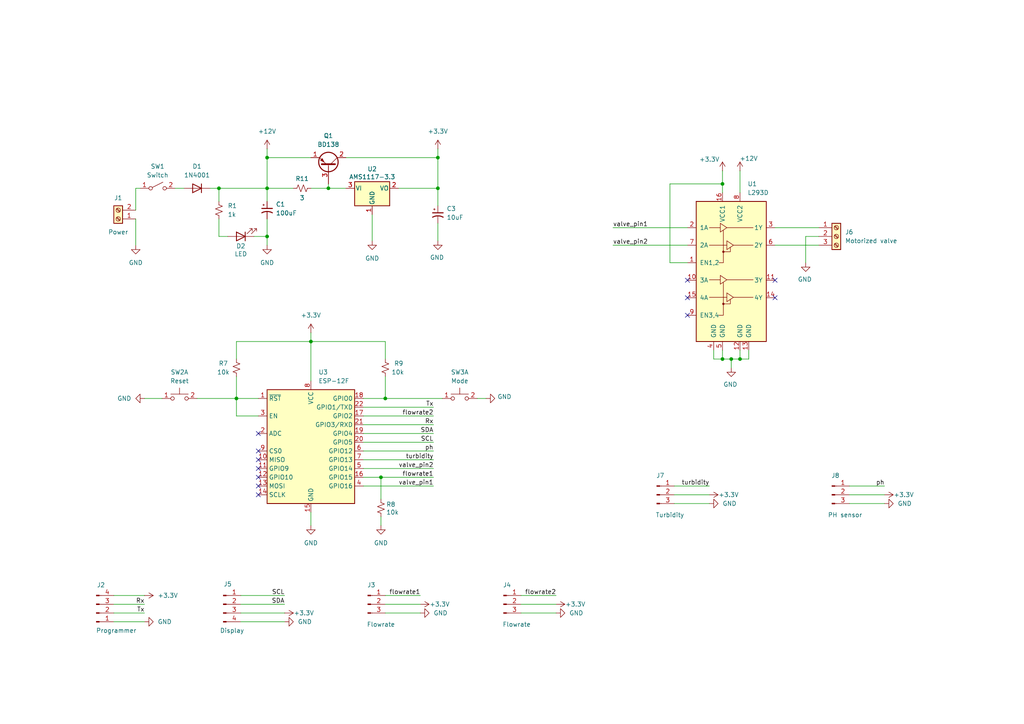
<source format=kicad_sch>
(kicad_sch (version 20231120) (generator "eeschema") (generator_version "8.0")
  (paper "A4")
  (lib_symbols
    (symbol "Connector:Conn_01x03_Pin" (pin_names (offset 1.016) hide)
      (property "Reference" "J" (at 0 5.08 0))
      (property "Value" "Conn_01x03_Pin" (at 0 -5.08 0))
      (symbol "Conn_01x03_Pin_1_1"
        (polyline (pts (xy 1.27 -2.54) (xy 0.8636 -2.54)) (stroke (width 0.1524)))
        (polyline (pts (xy 1.27 0) (xy 0.8636 0)) (stroke (width 0.1524)))
        (polyline (pts (xy 1.27 2.54) (xy 0.8636 2.54)) (stroke (width 0.1524)))
        (rectangle (start 0.8636 -2.413) (end 0 -2.667) (stroke (width 0.1524)) (fill (type outline)))
        (rectangle (start 0.8636 0.127) (end 0 -0.127) (stroke (width 0.1524)) (fill (type outline)))
        (rectangle (start 0.8636 2.667) (end 0 2.413) (stroke (width 0.1524)) (fill (type outline)))
        (pin passive line (at 5.08 2.54 180) (length 3.81) (name "Pin_1") (number "1"))
        (pin passive line (at 5.08 0 180) (length 3.81) (name "Pin_2") (number "2"))
        (pin passive line (at 5.08 -2.54 180) (length 3.81) (name "Pin_3") (number "3"))
      )
    )
    (symbol "Connector:Conn_01x04_Male" (pin_names (offset 1.016) hide)
      (property "Reference" "J" (at 0 5.08 0))
      (property "Value" "Conn_01x04_Male" (at 0 -7.62 0))
      (symbol "Conn_01x04_Male_1_1"
        (polyline (pts (xy 1.27 -5.08) (xy 0.8636 -5.08)) (stroke (width 0.1524)))
        (polyline (pts (xy 1.27 -2.54) (xy 0.8636 -2.54)) (stroke (width 0.1524)))
        (polyline (pts (xy 1.27 0) (xy 0.8636 0)) (stroke (width 0.1524)))
        (polyline (pts (xy 1.27 2.54) (xy 0.8636 2.54)) (stroke (width 0.1524)))
        (rectangle (start 0.8636 -4.953) (end 0 -5.207) (stroke (width 0.1524)) (fill (type outline)))
        (rectangle (start 0.8636 -2.413) (end 0 -2.667) (stroke (width 0.1524)) (fill (type outline)))
        (rectangle (start 0.8636 0.127) (end 0 -0.127) (stroke (width 0.1524)) (fill (type outline)))
        (rectangle (start 0.8636 2.667) (end 0 2.413) (stroke (width 0.1524)) (fill (type outline)))
        (pin passive line (at 5.08 2.54 180) (length 3.81) (name "Pin_1") (number "1"))
        (pin passive line (at 5.08 0 180) (length 3.81) (name "Pin_2") (number "2"))
        (pin passive line (at 5.08 -2.54 180) (length 3.81) (name "Pin_3") (number "3"))
        (pin passive line (at 5.08 -5.08 180) (length 3.81) (name "Pin_4") (number "4"))
      )
    )
    (symbol "Connector:Conn_01x04_Pin" (pin_names (offset 1.016) hide)
      (property "Reference" "J" (at 0 5.08 0))
      (property "Value" "Conn_01x04_Pin" (at 0 -7.62 0))
      (symbol "Conn_01x04_Pin_1_1"
        (polyline (pts (xy 1.27 -5.08) (xy 0.8636 -5.08)) (stroke (width 0.1524)))
        (polyline (pts (xy 1.27 -2.54) (xy 0.8636 -2.54)) (stroke (width 0.1524)))
        (polyline (pts (xy 1.27 0) (xy 0.8636 0)) (stroke (width 0.1524)))
        (polyline (pts (xy 1.27 2.54) (xy 0.8636 2.54)) (stroke (width 0.1524)))
        (rectangle (start 0.8636 -4.953) (end 0 -5.207) (stroke (width 0.1524)) (fill (type outline)))
        (rectangle (start 0.8636 -2.413) (end 0 -2.667) (stroke (width 0.1524)) (fill (type outline)))
        (rectangle (start 0.8636 0.127) (end 0 -0.127) (stroke (width 0.1524)) (fill (type outline)))
        (rectangle (start 0.8636 2.667) (end 0 2.413) (stroke (width 0.1524)) (fill (type outline)))
        (pin passive line (at 5.08 2.54 180) (length 3.81) (name "Pin_1") (number "1"))
        (pin passive line (at 5.08 0 180) (length 3.81) (name "Pin_2") (number "2"))
        (pin passive line (at 5.08 -2.54 180) (length 3.81) (name "Pin_3") (number "3"))
        (pin passive line (at 5.08 -5.08 180) (length 3.81) (name "Pin_4") (number "4"))
      )
    )
    (symbol "Connector:Screw_Terminal_01x02" (pin_names (offset 1.016) hide)
      (property "Reference" "J" (at 0 2.54 0))
      (property "Value" "Screw_Terminal_01x02" (at 0 -5.08 0))
      (symbol "Screw_Terminal_01x02_1_1"
        (rectangle (start -1.27 1.27) (end 1.27 -3.81) (stroke (width 0.254)) (fill (type background)))
        (circle (center 0 -2.54) (radius 0.635) (stroke (width 0.1524)))
        (polyline (pts (xy -0.5334 -2.2098) (xy 0.3302 -3.048)) (stroke (width 0.1524)))
        (polyline (pts (xy -0.5334 0.3302) (xy 0.3302 -0.508)) (stroke (width 0.1524)))
        (polyline (pts (xy -0.3556 -2.032) (xy 0.508 -2.8702)) (stroke (width 0.1524)))
        (polyline (pts (xy -0.3556 0.508) (xy 0.508 -0.3302)) (stroke (width 0.1524)))
        (circle (center 0 0) (radius 0.635) (stroke (width 0.1524)))
        (pin passive line (at -5.08 0 0) (length 3.81) (name "Pin_1") (number "1"))
        (pin passive line (at -5.08 -2.54 0) (length 3.81) (name "Pin_2") (number "2"))
      )
    )
    (symbol "Connector:Screw_Terminal_01x03" (pin_names (offset 1.016) hide)
      (property "Reference" "J" (at 0 5.08 0))
      (property "Value" "Screw_Terminal_01x03" (at 0 -5.08 0))
      (symbol "Screw_Terminal_01x03_1_1"
        (rectangle (start -1.27 3.81) (end 1.27 -3.81) (stroke (width 0.254)) (fill (type background)))
        (circle (center 0 -2.54) (radius 0.635) (stroke (width 0.1524)))
        (polyline (pts (xy -0.5334 -2.2098) (xy 0.3302 -3.048)) (stroke (width 0.1524)))
        (polyline (pts (xy -0.5334 0.3302) (xy 0.3302 -0.508)) (stroke (width 0.1524)))
        (polyline (pts (xy -0.5334 2.8702) (xy 0.3302 2.032)) (stroke (width 0.1524)))
        (polyline (pts (xy -0.3556 -2.032) (xy 0.508 -2.8702)) (stroke (width 0.1524)))
        (polyline (pts (xy -0.3556 0.508) (xy 0.508 -0.3302)) (stroke (width 0.1524)))
        (polyline (pts (xy -0.3556 3.048) (xy 0.508 2.2098)) (stroke (width 0.1524)))
        (circle (center 0 0) (radius 0.635) (stroke (width 0.1524)))
        (circle (center 0 2.54) (radius 0.635) (stroke (width 0.1524)))
        (pin passive line (at -5.08 2.54 0) (length 3.81) (name "Pin_1") (number "1"))
        (pin passive line (at -5.08 0 0) (length 3.81) (name "Pin_2") (number "2"))
        (pin passive line (at -5.08 -2.54 0) (length 3.81) (name "Pin_3") (number "3"))
      )
    )
    (symbol "Device:C_Polarized_Small_US" (pin_numbers hide) (pin_names (offset 0.254) hide)
      (property "Reference" "C" (at 0.254 1.778 0))
      (property "Value" "C_Polarized_Small_US" (at 0.254 -2.032 0))
      (symbol "C_Polarized_Small_US_0_1"
        (polyline (pts (xy -1.524 0.508) (xy 1.524 0.508)) (stroke (width 0.3048)))
        (polyline (pts (xy -1.27 1.524) (xy -0.762 1.524)))
        (polyline (pts (xy -1.016 1.27) (xy -1.016 1.778)))
        (arc (start 1.524 -0.762) (mid 0 -0.3734) (end -1.524 -0.762) (stroke (width 0.3048)))
      )
      (symbol "C_Polarized_Small_US_1_1"
        (pin passive line (at 0 2.54 270) (length 2.032) (name "~") (number "1"))
        (pin passive line (at 0 -2.54 90) (length 2.032) (name "~") (number "2"))
      )
    )
    (symbol "Device:LED" (pin_numbers hide) (pin_names (offset 1.016) hide)
      (property "Reference" "D" (at 0 2.54 0))
      (property "Value" "LED" (at 0 -2.54 0))
      (symbol "LED_0_1"
        (polyline (pts (xy -1.27 -1.27) (xy -1.27 1.27)) (stroke (width 0.254)))
        (polyline (pts (xy -1.27 0) (xy 1.27 0)))
        (polyline (pts (xy 1.27 -1.27) (xy 1.27 1.27) (xy -1.27 0) (xy 1.27 -1.27)) (stroke (width 0.254)))
        (polyline (pts (xy -3.048 -0.762) (xy -4.572 -2.286) (xy -3.81 -2.286) (xy -4.572 -2.286) (xy -4.572 -1.524)))
        (polyline (pts (xy -1.778 -0.762) (xy -3.302 -2.286) (xy -2.54 -2.286) (xy -3.302 -2.286) (xy -3.302 -1.524)))
      )
      (symbol "LED_1_1"
        (pin passive line (at -3.81 0 0) (length 2.54) (name "K") (number "1"))
        (pin passive line (at 3.81 0 180) (length 2.54) (name "A") (number "2"))
      )
    )
    (symbol "Device:R_Small_US" (pin_numbers hide) (pin_names (offset 0.254) hide)
      (property "Reference" "R" (at 0.762 0.508 0))
      (property "Value" "R_Small_US" (at 0.762 -1.016 0))
      (symbol "R_Small_US_1_1"
        (polyline (pts (xy 0 0) (xy 1.016 -0.381) (xy 0 -0.762) (xy -1.016 -1.143) (xy 0 -1.524)))
        (polyline (pts (xy 0 1.524) (xy 1.016 1.143) (xy 0 0.762) (xy -1.016 0.381) (xy 0 0)))
        (pin passive line (at 0 2.54 270) (length 1.016) (name "~") (number "1"))
        (pin passive line (at 0 -2.54 90) (length 1.016) (name "~") (number "2"))
      )
    )
    (symbol "Diode:1N4001" (pin_numbers hide) (pin_names hide)
      (property "Reference" "D" (at 0 2.54 0))
      (property "Value" "1N4001" (at 0 -2.54 0))
      (symbol "1N4001_0_1"
        (polyline (pts (xy -1.27 1.27) (xy -1.27 -1.27)) (stroke (width 0.254)))
        (polyline (pts (xy 1.27 0) (xy -1.27 0)))
        (polyline (pts (xy 1.27 1.27) (xy 1.27 -1.27) (xy -1.27 0) (xy 1.27 1.27)) (stroke (width 0.254)))
      )
      (symbol "1N4001_1_1"
        (pin passive line (at -3.81 0 0) (length 2.54) (name "K") (number "1"))
        (pin passive line (at 3.81 0 180) (length 2.54) (name "A") (number "2"))
      )
    )
    (symbol "Driver_Motor:L293D" (pin_names (offset 1.016))
      (property "Reference" "U" (at -5.08 26.035 0))
      (property "Value" "L293D" (at -5.08 24.13 0))
      (symbol "L293D_0_1"
        (rectangle (start -10.16 22.86) (end 10.16 -17.78) (stroke (width 0.254)) (fill (type background)))
        (circle (center -2.286 -6.858) (radius 0.254) (fill (type outline)))
        (circle (center -2.286 8.255) (radius 0.254) (fill (type outline)))
        (polyline (pts (xy -6.35 -4.953) (xy -1.27 -4.953)))
        (polyline (pts (xy -6.35 0.127) (xy -3.175 0.127)))
        (polyline (pts (xy -6.35 10.16) (xy -1.27 10.16)))
        (polyline (pts (xy -6.35 15.24) (xy -3.175 15.24)))
        (polyline (pts (xy -1.27 0.127) (xy 6.35 0.127)))
        (polyline (pts (xy -1.27 15.24) (xy 6.35 15.24)))
        (polyline (pts (xy 0.635 -4.953) (xy 6.35 -4.953)))
        (polyline (pts (xy 0.635 10.16) (xy 6.35 10.16)))
        (polyline (pts (xy -2.286 -6.858) (xy -0.254 -6.858) (xy -0.254 -5.588)))
        (polyline (pts (xy -2.286 -0.635) (xy -2.286 -10.16) (xy -3.556 -10.16)))
        (polyline (pts (xy -2.286 8.255) (xy -0.254 8.255) (xy -0.254 9.525)))
        (polyline (pts (xy -2.286 14.478) (xy -2.286 5.08) (xy -3.556 5.08)))
        (polyline (pts (xy -3.175 1.397) (xy -3.175 -1.143) (xy -1.27 0.127) (xy -3.175 1.397)))
        (polyline (pts (xy -3.175 16.51) (xy -3.175 13.97) (xy -1.27 15.24) (xy -3.175 16.51)))
        (polyline (pts (xy -1.27 -3.683) (xy -1.27 -6.223) (xy 0.635 -4.953) (xy -1.27 -3.683)))
        (polyline (pts (xy -1.27 11.43) (xy -1.27 8.89) (xy 0.635 10.16) (xy -1.27 11.43)))
      )
      (symbol "L293D_1_1"
        (pin input line (at -12.7 5.08 0) (length 2.54) (name "EN1,2") (number "1"))
        (pin input line (at -12.7 0 0) (length 2.54) (name "3A") (number "10"))
        (pin output line (at 12.7 0 180) (length 2.54) (name "3Y") (number "11"))
        (pin power_in line (at 2.54 -20.32 90) (length 2.54) (name "GND") (number "12"))
        (pin power_in line (at 5.08 -20.32 90) (length 2.54) (name "GND") (number "13"))
        (pin output line (at 12.7 -5.08 180) (length 2.54) (name "4Y") (number "14"))
        (pin input line (at -12.7 -5.08 0) (length 2.54) (name "4A") (number "15"))
        (pin power_in line (at -2.54 25.4 270) (length 2.54) (name "VCC1") (number "16"))
        (pin input line (at -12.7 15.24 0) (length 2.54) (name "1A") (number "2"))
        (pin output line (at 12.7 15.24 180) (length 2.54) (name "1Y") (number "3"))
        (pin power_in line (at -5.08 -20.32 90) (length 2.54) (name "GND") (number "4"))
        (pin power_in line (at -2.54 -20.32 90) (length 2.54) (name "GND") (number "5"))
        (pin output line (at 12.7 10.16 180) (length 2.54) (name "2Y") (number "6"))
        (pin input line (at -12.7 10.16 0) (length 2.54) (name "2A") (number "7"))
        (pin power_in line (at 2.54 25.4 270) (length 2.54) (name "VCC2") (number "8"))
        (pin input line (at -12.7 -10.16 0) (length 2.54) (name "EN3,4") (number "9"))
      )
    )
    (symbol "RF_Module:ESP-12F"
      (property "Reference" "U" (at -12.7 19.05 0))
      (property "Value" "ESP-12F" (at 12.7 19.05 0))
      (symbol "ESP-12F_0_1"
        (rectangle (start -12.7 17.78) (end 12.7 -15.24) (stroke (width 0.254)) (fill (type background)))
      )
      (symbol "ESP-12F_1_1"
        (pin input line (at -15.24 15.24 0) (length 2.54) (name "~{RST}") (number "1"))
        (pin bidirectional line (at -15.24 -2.54 0) (length 2.54) (name "MISO") (number "10"))
        (pin bidirectional line (at -15.24 -5.08 0) (length 2.54) (name "GPIO9") (number "11"))
        (pin bidirectional line (at -15.24 -7.62 0) (length 2.54) (name "GPIO10") (number "12"))
        (pin bidirectional line (at -15.24 -10.16 0) (length 2.54) (name "MOSI") (number "13"))
        (pin bidirectional line (at -15.24 -12.7 0) (length 2.54) (name "SCLK") (number "14"))
        (pin power_in line (at 0 -17.78 90) (length 2.54) (name "GND") (number "15"))
        (pin bidirectional line (at 15.24 -7.62 180) (length 2.54) (name "GPIO15") (number "16"))
        (pin bidirectional line (at 15.24 10.16 180) (length 2.54) (name "GPIO2") (number "17"))
        (pin bidirectional line (at 15.24 15.24 180) (length 2.54) (name "GPIO0") (number "18"))
        (pin bidirectional line (at 15.24 5.08 180) (length 2.54) (name "GPIO4") (number "19"))
        (pin input line (at -15.24 5.08 0) (length 2.54) (name "ADC") (number "2"))
        (pin bidirectional line (at 15.24 2.54 180) (length 2.54) (name "GPIO5") (number "20"))
        (pin bidirectional line (at 15.24 7.62 180) (length 2.54) (name "GPIO3/RXD") (number "21"))
        (pin bidirectional line (at 15.24 12.7 180) (length 2.54) (name "GPIO1/TXD") (number "22"))
        (pin input line (at -15.24 10.16 0) (length 2.54) (name "EN") (number "3"))
        (pin bidirectional line (at 15.24 -10.16 180) (length 2.54) (name "GPIO16") (number "4"))
        (pin bidirectional line (at 15.24 -5.08 180) (length 2.54) (name "GPIO14") (number "5"))
        (pin bidirectional line (at 15.24 0 180) (length 2.54) (name "GPIO12") (number "6"))
        (pin bidirectional line (at 15.24 -2.54 180) (length 2.54) (name "GPIO13") (number "7"))
        (pin power_in line (at 0 20.32 270) (length 2.54) (name "VCC") (number "8"))
        (pin input line (at -15.24 0 0) (length 2.54) (name "CS0") (number "9"))
      )
    )
    (symbol "Regulator_Linear:AMS1117-3.3" (pin_names (offset 0.254))
      (property "Reference" "U" (at -3.81 3.175 0))
      (property "Value" "AMS1117-3.3" (at 0 3.175 0))
      (symbol "AMS1117-3.3_0_1"
        (rectangle (start -5.08 -5.08) (end 5.08 1.905) (stroke (width 0.254)) (fill (type background)))
      )
      (symbol "AMS1117-3.3_1_1"
        (pin power_in line (at 0 -7.62 90) (length 2.54) (name "GND") (number "1"))
        (pin power_out line (at 7.62 0 180) (length 2.54) (name "VO") (number "2"))
        (pin power_in line (at -7.62 0 0) (length 2.54) (name "VI") (number "3"))
      )
    )
    (symbol "Switch:SW_Push_Dual_x2" (pin_names (offset 1.016) hide)
      (property "Reference" "SW" (at 1.27 2.54 0))
      (property "Value" "SW_Push_Dual_x2" (at 0 -1.524 0))
      (symbol "SW_Push_Dual_x2_0_1"
        (circle (center -2.032 0) (radius 0.508))
        (polyline (pts (xy 0 1.27) (xy 0 3.048)))
        (polyline (pts (xy 2.54 1.27) (xy -2.54 1.27)))
        (circle (center 2.032 0) (radius 0.508))
      )
      (symbol "SW_Push_Dual_x2_1_1"
        (pin passive line (at -5.08 0 0) (length 2.54) (name "C") (number "1"))
        (pin passive line (at 5.08 0 180) (length 2.54) (name "D") (number "2"))
      )
      (symbol "SW_Push_Dual_x2_2_1"
        (pin passive line (at -5.08 0 0) (length 2.54) (name "C") (number "3"))
        (pin passive line (at 5.08 0 180) (length 2.54) (name "D") (number "4"))
      )
    )
    (symbol "Switch:SW_SPST" (pin_names (offset 0) hide)
      (property "Reference" "SW" (at 0 3.175 0))
      (property "Value" "SW_SPST" (at 0 -2.54 0))
      (symbol "SW_SPST_0_0"
        (circle (center -2.032 0) (radius 0.508))
        (polyline (pts (xy -1.524 0.254) (xy 1.524 1.778)))
        (circle (center 2.032 0) (radius 0.508))
      )
      (symbol "SW_SPST_1_1"
        (pin passive line (at -5.08 0 0) (length 2.54) (name "A") (number "1"))
        (pin passive line (at 5.08 0 180) (length 2.54) (name "B") (number "2"))
      )
    )
    (symbol "Transistor_BJT:BD138" (pin_names (offset 0) hide)
      (property "Reference" "Q" (at 5.08 1.905 0))
      (property "Value" "BD138" (at 5.08 0 0))
      (symbol "BD138_0_1"
        (polyline (pts (xy 0 0) (xy 0.635 0)))
        (polyline (pts (xy 2.54 -2.54) (xy 0.635 -0.635)))
        (polyline (pts (xy 2.54 2.54) (xy 0.635 0.635)))
        (polyline (pts (xy 0.635 1.905) (xy 0.635 -1.905) (xy 0.635 -1.905)) (stroke (width 0.508)) (fill (type outline)))
        (polyline (pts (xy 1.778 -2.286) (xy 2.286 -1.778) (xy 1.27 -1.27) (xy 1.778 -2.286) (xy 1.778 -2.286)) (fill (type outline)))
        (circle (center 1.27 0) (radius 2.8194) (stroke (width 0.3048)))
      )
      (symbol "BD138_1_1"
        (pin passive line (at 2.54 -5.08 90) (length 2.54) (name "E") (number "1"))
        (pin passive line (at 2.54 5.08 270) (length 2.54) (name "C") (number "2"))
        (pin input line (at -5.08 0 0) (length 5.08) (name "B") (number "3"))
      )
    )
    (symbol "power:+12V" (power) (pin_numbers hide) (pin_names (offset 0) hide)
      (property "Value" "+12V" (at 0 3.556 0))
      (symbol "+12V_0_1"
        (polyline (pts (xy -0.762 1.27) (xy 0 2.54)))
        (polyline (pts (xy 0 0) (xy 0 2.54)))
        (polyline (pts (xy 0 2.54) (xy 0.762 1.27)))
      )
      (symbol "+12V_1_1"
        (pin power_in line (at 0 0 90) (length 0) (name "~") (number "1"))
      )
    )
    (symbol "power:+3.3V" (power) (pin_numbers hide) (pin_names (offset 0) hide)
      (property "Value" "+3.3V" (at 0 3.556 0))
      (symbol "+3.3V_0_1"
        (polyline (pts (xy -0.762 1.27) (xy 0 2.54)))
        (polyline (pts (xy 0 0) (xy 0 2.54)))
        (polyline (pts (xy 0 2.54) (xy 0.762 1.27)))
      )
      (symbol "+3.3V_1_1"
        (pin power_in line (at 0 0 90) (length 0) (name "~") (number "1"))
      )
    )
    (symbol "power:+5V" (power) (pin_numbers hide) (pin_names (offset 0) hide)
      (property "Value" "+5V" (at 0 3.556 0))
      (symbol "+5V_0_1"
        (polyline (pts (xy -0.762 1.27) (xy 0 2.54)))
        (polyline (pts (xy 0 0) (xy 0 2.54)))
        (polyline (pts (xy 0 2.54) (xy 0.762 1.27)))
      )
      (symbol "+5V_1_1"
        (pin power_in line (at 0 0 90) (length 0) (name "~") (number "1"))
      )
    )
    (symbol "power:GND" (power) (pin_names (offset 0))
      (property "Value" "GND" (at 0 -3.81 0))
      (symbol "GND_0_1"
        (polyline (pts (xy 0 0) (xy 0 -1.27) (xy 1.27 -1.27) (xy 0 -2.54) (xy -1.27 -1.27) (xy 0 -1.27)))
      )
      (symbol "GND_1_1"
        (pin power_in line (at 0 0 270) (length 0) hide (name "GND") (number "1"))
      )
    )
  )
  (junction (at 95.25 54.61))
  (junction (at 111.76 115.57))
  (junction (at 209.55 53.34))
  (junction (at 209.55 104.14))
  (junction (at 90.17 99.06))
  (junction (at 110.49 138.43))
  (junction (at 214.63 104.14))
  (junction (at 77.47 54.61))
  (junction (at 77.47 68.58))
  (junction (at 127 45.72))
  (junction (at 127 54.61))
  (junction (at 63.5 54.61))
  (junction (at 68.58 115.57))
  (junction (at 212.09 104.14))
  (junction (at 77.47 45.72))
  (no_connect (at 74.93 133.35))
  (no_connect (at 74.93 135.89))
  (no_connect (at 74.93 140.97))
  (no_connect (at 74.93 130.81))
  (no_connect (at 199.39 91.44))
  (no_connect (at 74.93 138.43))
  (no_connect (at 224.79 81.28))
  (no_connect (at 74.93 143.51))
  (no_connect (at 74.93 125.73))
  (no_connect (at 224.79 86.36))
  (no_connect (at 199.39 86.36))
  (no_connect (at 199.39 81.28))
  (wire (pts (xy 105.41 133.35) (xy 125.73 133.35)))
  (wire (pts (xy 246.38 140.97) (xy 256.54 140.97)))
  (wire (pts (xy 177.8 66.04) (xy 199.39 66.04)))
  (wire (pts (xy 127 54.61) (xy 127 59.69)))
  (wire (pts (xy 199.39 76.2) (xy 194.31 76.2)))
  (wire (pts (xy 217.17 101.6) (xy 217.17 104.14)))
  (wire (pts (xy 111.76 175.26) (xy 121.92 175.26)))
  (wire (pts (xy 105.41 123.19) (xy 125.73 123.19)))
  (wire (pts (xy 115.57 54.61) (xy 127 54.61)))
  (wire (pts (xy 50.8 54.61) (xy 53.34 54.61)))
  (wire (pts (xy 138.43 115.57) (xy 140.97 115.57)))
  (wire (pts (xy 209.55 104.14) (xy 207.01 104.14)))
  (wire (pts (xy 151.13 175.26) (xy 161.29 175.26)))
  (wire (pts (xy 212.09 104.14) (xy 209.55 104.14)))
  (wire (pts (xy 194.31 76.2) (xy 194.31 53.34)))
  (wire (pts (xy 224.79 66.04) (xy 237.49 66.04)))
  (wire (pts (xy 100.33 45.72) (xy 127 45.72)))
  (wire (pts (xy 68.58 99.06) (xy 90.17 99.06)))
  (wire (pts (xy 63.5 63.5) (xy 63.5 68.58)))
  (wire (pts (xy 57.15 115.57) (xy 68.58 115.57)))
  (wire (pts (xy 111.76 115.57) (xy 128.27 115.57)))
  (wire (pts (xy 111.76 99.06) (xy 90.17 99.06)))
  (wire (pts (xy 33.02 172.72) (xy 41.91 172.72)))
  (wire (pts (xy 69.85 175.26) (xy 82.55 175.26)))
  (wire (pts (xy 209.55 101.6) (xy 209.55 104.14)))
  (wire (pts (xy 233.68 68.58) (xy 237.49 68.58)))
  (wire (pts (xy 46.99 115.57) (xy 41.91 115.57)))
  (wire (pts (xy 68.58 120.65) (xy 74.93 120.65)))
  (wire (pts (xy 39.37 54.61) (xy 39.37 60.96)))
  (wire (pts (xy 105.41 140.97) (xy 125.73 140.97)))
  (wire (pts (xy 111.76 109.22) (xy 111.76 115.57)))
  (wire (pts (xy 77.47 68.58) (xy 77.47 63.5)))
  (wire (pts (xy 127 64.77) (xy 127 69.85)))
  (wire (pts (xy 105.41 138.43) (xy 110.49 138.43)))
  (wire (pts (xy 77.47 54.61) (xy 85.09 54.61)))
  (wire (pts (xy 233.68 76.2) (xy 233.68 68.58)))
  (wire (pts (xy 107.95 62.23) (xy 107.95 69.85)))
  (wire (pts (xy 127 45.72) (xy 127 54.61)))
  (wire (pts (xy 77.47 68.58) (xy 77.47 71.12)))
  (wire (pts (xy 63.5 54.61) (xy 77.47 54.61)))
  (wire (pts (xy 214.63 104.14) (xy 212.09 104.14)))
  (wire (pts (xy 214.63 49.53) (xy 214.63 55.88)))
  (wire (pts (xy 195.58 143.51) (xy 205.74 143.51)))
  (wire (pts (xy 90.17 96.52) (xy 90.17 99.06)))
  (wire (pts (xy 69.85 180.34) (xy 82.55 180.34)))
  (wire (pts (xy 177.8 71.12) (xy 199.39 71.12)))
  (wire (pts (xy 90.17 54.61) (xy 95.25 54.61)))
  (wire (pts (xy 111.76 177.8) (xy 121.92 177.8)))
  (wire (pts (xy 110.49 149.86) (xy 110.49 152.4)))
  (wire (pts (xy 111.76 172.72) (xy 121.92 172.72)))
  (wire (pts (xy 63.5 68.58) (xy 66.04 68.58)))
  (wire (pts (xy 217.17 104.14) (xy 214.63 104.14)))
  (wire (pts (xy 209.55 49.53) (xy 209.55 53.34)))
  (wire (pts (xy 105.41 115.57) (xy 111.76 115.57)))
  (wire (pts (xy 151.13 172.72) (xy 161.29 172.72)))
  (wire (pts (xy 214.63 101.6) (xy 214.63 104.14)))
  (wire (pts (xy 39.37 54.61) (xy 40.64 54.61)))
  (wire (pts (xy 246.38 143.51) (xy 256.54 143.51)))
  (wire (pts (xy 212.09 104.14) (xy 212.09 106.68)))
  (wire (pts (xy 209.55 53.34) (xy 209.55 55.88)))
  (wire (pts (xy 105.41 118.11) (xy 125.73 118.11)))
  (wire (pts (xy 105.41 120.65) (xy 125.73 120.65)))
  (wire (pts (xy 105.41 128.27) (xy 125.73 128.27)))
  (wire (pts (xy 224.79 71.12) (xy 237.49 71.12)))
  (wire (pts (xy 127 43.18) (xy 127 45.72)))
  (wire (pts (xy 68.58 115.57) (xy 74.93 115.57)))
  (wire (pts (xy 63.5 54.61) (xy 63.5 58.42)))
  (wire (pts (xy 33.02 177.8) (xy 41.91 177.8)))
  (wire (pts (xy 90.17 148.59) (xy 90.17 152.4)))
  (wire (pts (xy 110.49 138.43) (xy 110.49 144.78)))
  (wire (pts (xy 151.13 177.8) (xy 161.29 177.8)))
  (wire (pts (xy 90.17 99.06) (xy 90.17 110.49)))
  (wire (pts (xy 68.58 104.14) (xy 68.58 99.06)))
  (wire (pts (xy 77.47 43.18) (xy 77.47 45.72)))
  (wire (pts (xy 194.31 53.34) (xy 209.55 53.34)))
  (wire (pts (xy 95.25 53.34) (xy 95.25 54.61)))
  (wire (pts (xy 77.47 54.61) (xy 77.47 58.42)))
  (wire (pts (xy 33.02 175.26) (xy 41.91 175.26)))
  (wire (pts (xy 77.47 45.72) (xy 77.47 54.61)))
  (wire (pts (xy 105.41 125.73) (xy 125.73 125.73)))
  (wire (pts (xy 95.25 54.61) (xy 100.33 54.61)))
  (wire (pts (xy 69.85 172.72) (xy 82.55 172.72)))
  (wire (pts (xy 69.85 177.8) (xy 82.55 177.8)))
  (wire (pts (xy 60.96 54.61) (xy 63.5 54.61)))
  (wire (pts (xy 195.58 146.05) (xy 205.74 146.05)))
  (wire (pts (xy 77.47 45.72) (xy 90.17 45.72)))
  (wire (pts (xy 110.49 138.43) (xy 125.73 138.43)))
  (wire (pts (xy 39.37 63.5) (xy 39.37 71.12)))
  (wire (pts (xy 33.02 180.34) (xy 41.91 180.34)))
  (wire (pts (xy 207.01 104.14) (xy 207.01 101.6)))
  (wire (pts (xy 111.76 104.14) (xy 111.76 99.06)))
  (wire (pts (xy 246.38 146.05) (xy 256.54 146.05)))
  (wire (pts (xy 105.41 130.81) (xy 125.73 130.81)))
  (wire (pts (xy 195.58 140.97) (xy 205.74 140.97)))
  (wire (pts (xy 73.66 68.58) (xy 77.47 68.58)))
  (wire (pts (xy 68.58 109.22) (xy 68.58 115.57)))
  (wire (pts (xy 105.41 135.89) (xy 125.73 135.89)))
  (wire (pts (xy 68.58 115.57) (xy 68.58 120.65)))
  (label "valve_pin2" (at 125.73 135.89 180))
  (label "valve_pin2" (at 177.8 71.12 0))
  (label "valve_pin1" (at 125.73 140.97 180))
  (label "flowrate2" (at 125.73 120.65 180))
  (label "SCL" (at 82.55 172.72 180))
  (label "SDA" (at 125.73 125.73 180))
  (label "Tx" (at 41.91 177.8 180))
  (label "flowrate1" (at 121.92 172.72 180))
  (label "flowrate2" (at 161.29 172.72 180))
  (label "ph" (at 256.54 140.97 180))
  (label "flowrate1" (at 125.73 138.43 180))
  (label "turbidity" (at 205.74 140.97 180))
  (label "ph" (at 125.73 130.81 180))
  (label "SDA" (at 82.55 175.26 180))
  (label "SCL" (at 125.73 128.27 180))
  (label "turbidity" (at 125.73 133.35 180))
  (label "Rx" (at 41.91 175.26 180))
  (label "Tx" (at 125.73 118.11 180))
  (label "Rx" (at 125.73 123.19 180))
  (label "valve_pin1" (at 177.8 66.04 0))
  (symbol (lib_id "power:GND") (at 41.91 115.57 270) (unit 1)
    (property "Reference" "#PWR017" (effects (hide yes)))
    (property "Value" "GND" (at 38.1 115.5699 90) (effects (justify right)))
  )
  (symbol (lib_id "Device:C_Polarized_Small_US") (at 77.47 60.96 0) (unit 1)
    (property "Reference" "C1" (at 80.01 59.2581 0) (effects (justify left)))
    (property "Value" "100uF" (at 80.01 61.7981 0) (effects (justify left)))
    (property "Footprint" "Capacitor_THT:CP_Radial_D4.0mm_P2.00mm" (effects (hide yes)))
  )
  (symbol (lib_id "power:+3.3V") (at 90.17 96.52 0) (unit 1)
    (property "Reference" "#PWR019" (effects (hide yes)))
    (property "Value" "+3.3V" (at 90.17 91.44 0))
    (property "Description" "Power symbol creates a global label with name \"+3.3V\"" (effects (hide yes)))
  )
  (symbol (lib_id "power:GND") (at 161.29 177.8 90) (unit 1)
    (property "Reference" "#PWR08" (effects (hide yes)))
    (property "Value" "GND" (at 165.1 177.7999 90) (effects (justify right)))
    (property "Description" "Power symbol creates a global label with name \"GND\" , ground" (effects (hide yes)))
  )
  (symbol (lib_id "Connector:Conn_01x04_Male") (at 27.94 177.8 0) (mirror x) (unit 1)
    (property "Reference" "J2" (at 30.48 169.672 0) (effects (justify right)))
    (property "Value" "Programmer" (at 39.624 182.88 0) (effects (justify right)))
    (property "Footprint" "Connector_PinHeader_2.54mm:PinHeader_1x04_P2.54mm_Vertical" (effects (hide yes)))
  )
  (symbol (lib_id "Diode:1N4001") (at 57.15 54.61 180) (unit 1)
    (property "Reference" "D1" (at 57.15 48.26 0))
    (property "Value" "1N4001" (at 57.15 50.8 0))
    (property "Footprint" "Diode_THT:D_DO-41_SOD81_P10.16mm_Horizontal" (effects (hide yes)))
    (property "Datasheet" "http://www.vishay.com/docs/88503/1n4001.pdf" (effects (hide yes)))
    (property "Description" "50V 1A General Purpose Rectifier Diode, DO-41" (effects (hide yes)))
    (property "Sim.Device" "D" (effects (hide yes)))
    (property "Sim.Pins" "1=K 2=A" (effects (hide yes)))
  )
  (symbol (lib_id "power:GND") (at 110.49 152.4 0) (unit 1)
    (property "Reference" "#PWR021" (effects (hide yes)))
    (property "Value" "GND" (at 110.49 157.48 0))
  )
  (symbol (lib_id "Driver_Motor:L293D") (at 212.09 81.28 0) (unit 1)
    (property "Reference" "U1" (at 216.8241 53.34 0) (effects (justify left)))
    (property "Value" "L293D" (at 216.8241 55.88 0) (effects (justify left)))
    (property "Footprint" "Package_DIP:DIP-16_W7.62mm" (effects (hide yes)))
    (property "Datasheet" "http://www.ti.com/lit/ds/symlink/l293.pdf" (effects (hide yes)))
    (property "Description" "Quadruple Half-H Drivers" (effects (hide yes)))
  )
  (symbol (lib_id "power:GND") (at 41.91 180.34 90) (mirror x) (unit 1)
    (property "Reference" "#PWR02" (effects (hide yes)))
    (property "Value" "GND" (at 45.72 180.3401 90) (effects (justify right)))
  )
  (symbol (lib_id "power:+5V") (at 121.92 175.26 270) (unit 1)
    (property "Reference" "#PWR06" (effects (hide yes)))
    (property "Value" "+3.3V" (at 127.508 175.26 90))
    (property "Description" "Power symbol creates a global label with name \"+5V\"" (effects (hide yes)))
  )
  (symbol (lib_id "Device:R_Small_US") (at 63.5 60.96 0) (unit 1)
    (property "Reference" "R1" (at 66.04 59.6899 0) (effects (justify left)))
    (property "Value" "1k" (at 66.04 62.2299 0) (effects (justify left)))
    (property "Footprint" "Resistor_THT:R_Axial_DIN0207_L6.3mm_D2.5mm_P10.16mm_Horizontal" (effects (hide yes)))
  )
  (symbol (lib_id "power:GND") (at 39.37 71.12 0) (unit 1)
    (property "Reference" "#PWR01" (effects (hide yes)))
    (property "Value" "GND" (at 39.37 76.2 0))
  )
  (symbol (lib_id "power:+3.3V") (at 127 43.18 0) (unit 1)
    (property "Reference" "#PWR014" (effects (hide yes)))
    (property "Value" "+3.3V" (at 127 38.1 0))
    (property "Description" "Power symbol creates a global label with name \"+3.3V\"" (effects (hide yes)))
  )
  (symbol (lib_id "Connector:Conn_01x03_Pin") (at 146.05 175.26 0) (unit 1)
    (property "Reference" "J4" (at 147.066 169.672 0))
    (property "Value" "Flowrate" (at 149.86 181.102 0))
    (property "Footprint" "Connector_PinHeader_2.54mm:PinHeader_1x03_P2.54mm_Vertical" (effects (hide yes)))
    (property "Description" "Generic connector, single row, 01x03, script generated" (effects (hide yes)))
  )
  (symbol (lib_id "Device:LED") (at 69.85 68.58 180) (unit 1)
    (property "Reference" "D2" (at 69.85 71.374 0))
    (property "Value" "LED" (at 69.85 73.66 0))
    (property "Footprint" "LED_THT:LED_D3.0mm" (effects (hide yes)))
  )
  (symbol (lib_id "Regulator_Linear:AMS1117-3.3") (at 107.95 54.61 0) (unit 1)
    (property "Reference" "U2" (at 107.95 49.022 0))
    (property "Value" "AMS1117-3.3" (at 107.95 51.308 0))
    (property "Footprint" "Package_TO_SOT_SMD:SOT-223-3_TabPin2" (effects (hide yes)))
    (property "Datasheet" "http://www.advanced-monolithic.com/pdf/ds1117.pdf" (effects (hide yes)))
  )
  (symbol (lib_id "Device:R_Small_US") (at 110.49 147.32 0) (unit 1)
    (property "Reference" "R8" (at 112.014 146.304 0) (effects (justify left)))
    (property "Value" "10k" (at 112.014 148.59 0) (effects (justify left)))
    (property "Footprint" "Resistor_THT:R_Axial_DIN0207_L6.3mm_D2.5mm_P10.16mm_Horizontal" (effects (hide yes)))
  )
  (symbol (lib_id "power:GND") (at 233.68 76.2 0) (unit 1)
    (property "Reference" "#PWR011" (effects (hide yes)))
    (property "Value" "GND" (at 233.426 81.026 0))
  )
  (symbol (lib_id "power:+12V") (at 77.47 43.18 0) (unit 1)
    (property "Reference" "#PWR024" (effects (hide yes)))
    (property "Value" "+12V" (at 77.47 38.1 0))
    (property "Description" "Power symbol creates a global label with name \"+12V\"" (effects (hide yes)))
  )
  (symbol (lib_id "Switch:SW_Push_Dual_x2") (at 52.07 115.57 0) (unit 1)
    (property "Reference" "SW2" (at 52.07 107.95 0))
    (property "Value" "Reset" (at 52.07 110.49 0))
    (property "Footprint" "Button_Switch_THT:SW_PUSH_6mm" (effects (hide yes)))
    (property "Description" "Push button switch, generic, separate symbols, four pins" (effects (hide yes)))
  )
  (symbol (lib_id "Switch:SW_Push_Dual_x2") (at 133.35 115.57 0) (unit 1)
    (property "Reference" "SW3" (at 133.35 107.95 0))
    (property "Value" "Mode" (at 133.35 110.49 0))
    (property "Footprint" "Button_Switch_THT:SW_PUSH_6mm" (effects (hide yes)))
    (property "Description" "Push button switch, generic, separate symbols, four pins" (effects (hide yes)))
  )
  (symbol (lib_id "power:GND") (at 90.17 152.4 0) (unit 1)
    (property "Reference" "#PWR020" (effects (hide yes)))
    (property "Value" "GND" (at 90.17 157.48 0))
  )
  (symbol (lib_id "RF_Module:ESP-12F") (at 90.17 130.81 0) (unit 1)
    (property "Reference" "U3" (at 92.3641 107.95 0) (effects (justify left)))
    (property "Value" "ESP-12F" (at 92.3641 110.49 0) (effects (justify left)))
    (property "Footprint" "RF_Module:ESP-12E" (effects (hide yes)))
    (property "Datasheet" "http://wiki.ai-thinker.com/_media/esp8266/esp8266_series_modules_user_manual_v1.1.pdf" (effects (hide yes)))
    (property "Description" "802.11 b/g/n Wi-Fi Module" (effects (hide yes)))
  )
  (symbol (lib_id "Device:R_Small_US") (at 68.58 106.68 180) (unit 1)
    (property "Reference" "R7" (at 64.77 105.41 0))
    (property "Value" "10k" (at 64.77 107.95 0))
    (property "Footprint" "Resistor_THT:R_Axial_DIN0207_L6.3mm_D2.5mm_P10.16mm_Horizontal" (effects (hide yes)))
  )
  (symbol (lib_id "power:GND") (at 121.92 177.8 90) (unit 1)
    (property "Reference" "#PWR05" (effects (hide yes)))
    (property "Value" "GND" (at 125.73 177.7999 90) (effects (justify right)))
    (property "Description" "Power symbol creates a global label with name \"GND\" , ground" (effects (hide yes)))
  )
  (symbol (lib_id "power:GND") (at 256.54 146.05 90) (unit 1)
    (property "Reference" "#PWR027" (effects (hide yes)))
    (property "Value" "GND" (at 260.35 146.0499 90) (effects (justify right)))
    (property "Description" "Power symbol creates a global label with name \"GND\" , ground" (effects (hide yes)))
  )
  (symbol (lib_id "Connector:Conn_01x04_Pin") (at 64.77 175.26 0) (unit 1)
    (property "Reference" "J5" (at 66.04 169.418 0))
    (property "Value" "Display" (at 67.31 182.88 0))
    (property "Footprint" "Connector_PinHeader_2.54mm:PinHeader_1x04_P2.54mm_Vertical" (effects (hide yes)))
    (property "Description" "Generic connector, single row, 01x04, script generated" (effects (hide yes)))
  )
  (symbol (lib_id "power:+5V") (at 205.74 143.51 270) (unit 1)
    (property "Reference" "#PWR026" (effects (hide yes)))
    (property "Value" "+3.3V" (at 211.328 143.51 90))
    (property "Description" "Power symbol creates a global label with name \"+5V\"" (effects (hide yes)))
  )
  (symbol (lib_id "power:GND") (at 127 69.85 0) (unit 1)
    (property "Reference" "#PWR015" (effects (hide yes)))
    (property "Value" "GND" (at 126.746 74.676 0))
  )
  (symbol (lib_id "power:+5V") (at 82.55 177.8 270) (unit 1)
    (property "Reference" "#PWR07" (effects (hide yes)))
    (property "Value" "+3.3V" (at 88.138 177.8 90))
    (property "Description" "Power symbol creates a global label with name \"+5V\"" (effects (hide yes)))
  )
  (symbol (lib_id "Device:R_Small_US") (at 111.76 106.68 0) (unit 1)
    (property "Reference" "R9" (at 114.3 105.4099 0) (effects (justify left)))
    (property "Value" "10k" (at 113.538 107.95 0) (effects (justify left)))
    (property "Footprint" "Resistor_THT:R_Axial_DIN0207_L6.3mm_D2.5mm_P10.16mm_Horizontal" (effects (hide yes)))
  )
  (symbol (lib_id "Connector:Screw_Terminal_01x02") (at 34.29 63.5 180) (unit 1)
    (property "Reference" "J1" (at 34.29 57.404 0))
    (property "Value" "Power" (at 34.29 67.31 0))
    (property "Footprint" "TerminalBlock:TerminalBlock_bornier-2_P5.08mm" (effects (hide yes)))
    (property "Description" "Generic screw terminal, single row, 01x02, script generated (kicad-library-utils/schlib/autogen/connector/)" (effects (hide yes)))
  )
  (symbol (lib_id "Connector:Conn_01x03_Pin") (at 241.3 143.51 0) (unit 1)
    (property "Reference" "J8" (at 242.316 137.922 0))
    (property "Value" "PH sensor" (at 245.11 149.352 0))
    (property "Footprint" "Connector_PinHeader_2.54mm:PinHeader_1x03_P2.54mm_Vertical" (effects (hide yes)))
    (property "Description" "Generic connector, single row, 01x03, script generated" (effects (hide yes)))
  )
  (symbol (lib_id "Transistor_BJT:BD138") (at 95.25 48.26 270) (mirror x) (unit 1)
    (property "Reference" "Q1" (at 95.25 39.37 90))
    (property "Value" "BD138" (at 95.25 41.91 90))
    (property "Footprint" "Package_TO_SOT_THT:TO-126-3_Vertical" (effects (hide yes)))
    (property "Datasheet" "http://www.st.com/internet/com/TECHNICAL_RESOURCES/TECHNICAL_LITERATURE/DATASHEET/CD00001225.pdf" (effects (hide yes)))
    (property "Description" "1.5A Ic, 60V Vce, Low Voltage Transistor, TO-126" (effects (hide yes)))
  )
  (symbol (lib_id "power:GND") (at 82.55 180.34 90) (unit 1)
    (property "Reference" "#PWR09" (effects (hide yes)))
    (property "Value" "GND" (at 86.36 180.3399 90) (effects (justify right)))
    (property "Description" "Power symbol creates a global label with name \"GND\" , ground" (effects (hide yes)))
  )
  (symbol (lib_id "power:+12V") (at 214.63 49.53 0) (unit 1)
    (property "Reference" "#PWR013" (effects (hide yes)))
    (property "Value" "+12V" (at 217.17 45.974 0))
    (property "Description" "Power symbol creates a global label with name \"+12V\"" (effects (hide yes)))
  )
  (symbol (lib_id "power:GND") (at 107.95 69.85 0) (unit 1)
    (property "Reference" "#PWR025" (effects (hide yes)))
    (property "Value" "GND" (at 107.95 74.93 0))
    (property "Description" "Power symbol creates a global label with name \"GND\" , ground" (effects (hide yes)))
  )
  (symbol (lib_id "power:GND") (at 140.97 115.57 90) (unit 1)
    (property "Reference" "#PWR022" (effects (hide yes)))
    (property "Value" "GND" (at 144.272 115.062 90) (effects (justify right)))
  )
  (symbol (lib_id "power:+3.3V") (at 209.55 49.53 0) (unit 1)
    (property "Reference" "#PWR012" (effects (hide yes)))
    (property "Value" "+3.3V" (at 205.74 46.228 0))
    (property "Description" "Power symbol creates a global label with name \"+3.3V\"" (effects (hide yes)))
  )
  (symbol (lib_id "power:+5V") (at 161.29 175.26 270) (unit 1)
    (property "Reference" "#PWR010" (effects (hide yes)))
    (property "Value" "+3.3V" (at 166.878 175.26 90))
    (property "Description" "Power symbol creates a global label with name \"+5V\"" (effects (hide yes)))
  )
  (symbol (lib_id "Connector:Screw_Terminal_01x03") (at 242.57 68.58 0) (unit 1)
    (property "Reference" "J6" (at 245.11 67.3099 0) (effects (justify left)))
    (property "Value" "Motorized valve" (at 245.11 69.8499 0) (effects (justify left)))
    (property "Footprint" "TerminalBlock:TerminalBlock_bornier-3_P5.08mm" (effects (hide yes)))
    (property "Description" "Generic screw terminal, single row, 01x03, script generated (kicad-library-utils/schlib/autogen/connector/)" (effects (hide yes)))
  )
  (symbol (lib_id "Connector:Conn_01x03_Pin") (at 190.5 143.51 0) (unit 1)
    (property "Reference" "J7" (at 191.516 137.922 0))
    (property "Value" "Turbidity" (at 194.31 149.352 0))
    (property "Footprint" "Connector_PinHeader_2.54mm:PinHeader_1x03_P2.54mm_Vertical" (effects (hide yes)))
    (property "Description" "Generic connector, single row, 01x03, script generated" (effects (hide yes)))
  )
  (symbol (lib_id "Device:R_Small_US") (at 87.63 54.61 90) (unit 1)
    (property "Reference" "R11" (at 87.63 51.816 90))
    (property "Value" "3" (at 87.63 57.404 90))
    (property "Footprint" "Resistor_THT:R_Axial_DIN0207_L6.3mm_D2.5mm_P10.16mm_Horizontal" (effects (hide yes)))
    (property "Description" "Resistor, small US symbol" (effects (hide yes)))
  )
  (symbol (lib_id "power:+3.3V") (at 41.91 172.72 270) (mirror x) (unit 1)
    (property "Reference" "#PWR03" (effects (hide yes)))
    (property "Value" "+3.3V" (at 45.72 172.7201 90) (effects (justify left)))
    (property "Description" "Power symbol creates a global label with name \"+3.3V\"" (effects (hide yes)))
  )
  (symbol (lib_id "power:GND") (at 212.09 106.68 0) (unit 1)
    (property "Reference" "#PWR016" (effects (hide yes)))
    (property "Value" "GND" (at 211.836 111.506 0))
  )
  (symbol (lib_id "Device:C_Polarized_Small_US") (at 127 62.23 0) (unit 1)
    (property "Reference" "C3" (at 129.54 60.5281 0) (effects (justify left)))
    (property "Value" "10uF" (at 129.54 63.0681 0) (effects (justify left)))
    (property "Footprint" "Capacitor_THT:CP_Radial_D4.0mm_P2.00mm" (effects (hide yes)))
  )
  (symbol (lib_id "power:GND") (at 205.74 146.05 90) (unit 1)
    (property "Reference" "#PWR018" (effects (hide yes)))
    (property "Value" "GND" (at 209.55 146.0499 90) (effects (justify right)))
    (property "Description" "Power symbol creates a global label with name \"GND\" , ground" (effects (hide yes)))
  )
  (symbol (lib_id "power:GND") (at 77.47 71.12 0) (unit 1)
    (property "Reference" "#PWR04" (effects (hide yes)))
    (property "Value" "GND" (at 77.47 76.2 0))
  )
  (symbol (lib_id "Connector:Conn_01x03_Pin") (at 106.68 175.26 0) (unit 1)
    (property "Reference" "J3" (at 107.696 169.672 0))
    (property "Value" "Flowrate" (at 110.49 181.102 0))
    (property "Footprint" "Connector_PinHeader_2.54mm:PinHeader_1x03_P2.54mm_Vertical" (effects (hide yes)))
    (property "Description" "Generic connector, single row, 01x03, script generated" (effects (hide yes)))
  )
  (symbol (lib_id "power:+5V") (at 256.54 143.51 270) (unit 1)
    (property "Reference" "#PWR028" (effects (hide yes)))
    (property "Value" "+3.3V" (at 262.128 143.51 90))
    (property "Description" "Power symbol creates a global label with name \"+5V\"" (effects (hide yes)))
  )
  (symbol (lib_id "Switch:SW_SPST") (at 45.72 54.61 0) (unit 1)
    (property "Reference" "SW1" (at 45.72 48.26 0))
    (property "Value" "Switch" (at 45.72 50.8 0))
    (property "Footprint" "TestPoint:TestPoint_2Pads_Pitch2.54mm_Drill0.8mm" (effects (hide yes)))
  )
)
</source>
